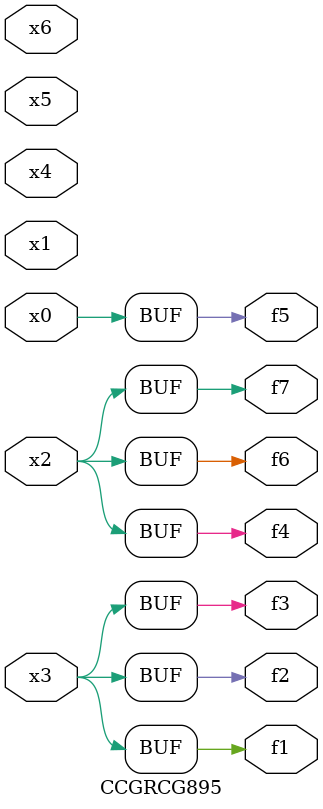
<source format=v>
module CCGRCG895(
	input x0, x1, x2, x3, x4, x5, x6,
	output f1, f2, f3, f4, f5, f6, f7
);
	assign f1 = x3;
	assign f2 = x3;
	assign f3 = x3;
	assign f4 = x2;
	assign f5 = x0;
	assign f6 = x2;
	assign f7 = x2;
endmodule

</source>
